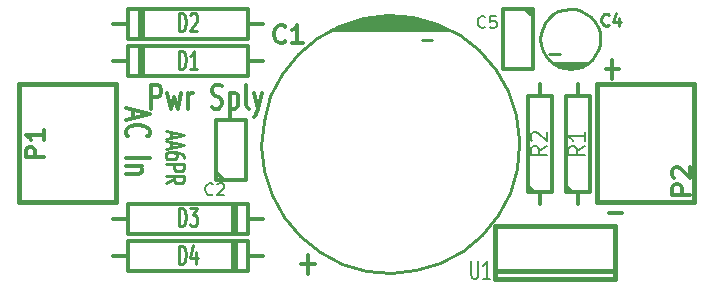
<source format=gto>
G04 (created by PCBNEW-RS274X (2012-01-19 BZR 3256)-stable) date 7/9/2012 4:42:01 PM*
G01*
G70*
G90*
%MOIN*%
G04 Gerber Fmt 3.4, Leading zero omitted, Abs format*
%FSLAX34Y34*%
G04 APERTURE LIST*
%ADD10C,0.006000*%
%ADD11C,0.010000*%
%ADD12C,0.012000*%
%ADD13C,0.015000*%
%ADD14C,0.008000*%
G04 APERTURE END LIST*
G54D10*
G54D11*
X44429Y-24843D02*
X44429Y-25034D01*
X44257Y-24805D02*
X44857Y-24938D01*
X44257Y-25072D01*
X44429Y-25186D02*
X44429Y-25377D01*
X44257Y-25148D02*
X44857Y-25281D01*
X44257Y-25415D01*
X44857Y-25720D02*
X44857Y-25643D01*
X44829Y-25605D01*
X44800Y-25586D01*
X44714Y-25548D01*
X44600Y-25529D01*
X44371Y-25529D01*
X44314Y-25548D01*
X44286Y-25567D01*
X44257Y-25605D01*
X44257Y-25682D01*
X44286Y-25720D01*
X44314Y-25739D01*
X44371Y-25758D01*
X44514Y-25758D01*
X44571Y-25739D01*
X44600Y-25720D01*
X44629Y-25682D01*
X44629Y-25605D01*
X44600Y-25567D01*
X44571Y-25548D01*
X44514Y-25529D01*
X44257Y-25929D02*
X44857Y-25929D01*
X44857Y-26082D01*
X44829Y-26120D01*
X44800Y-26139D01*
X44743Y-26158D01*
X44657Y-26158D01*
X44600Y-26139D01*
X44571Y-26120D01*
X44543Y-26082D01*
X44543Y-25929D01*
X44257Y-26558D02*
X44543Y-26424D01*
X44257Y-26329D02*
X44857Y-26329D01*
X44857Y-26482D01*
X44829Y-26520D01*
X44800Y-26539D01*
X44743Y-26558D01*
X44657Y-26558D01*
X44600Y-26539D01*
X44571Y-26520D01*
X44543Y-26482D01*
X44543Y-26329D01*
G54D12*
X59022Y-27569D02*
X59479Y-27569D01*
X58922Y-22769D02*
X59379Y-22769D01*
X59150Y-23074D02*
X59150Y-22464D01*
X43155Y-24114D02*
X43155Y-24400D01*
X42926Y-24057D02*
X43726Y-24257D01*
X42926Y-24457D01*
X43002Y-25000D02*
X42964Y-24971D01*
X42926Y-24885D01*
X42926Y-24828D01*
X42964Y-24743D01*
X43040Y-24685D01*
X43117Y-24657D01*
X43269Y-24628D01*
X43383Y-24628D01*
X43536Y-24657D01*
X43612Y-24685D01*
X43688Y-24743D01*
X43726Y-24828D01*
X43726Y-24885D01*
X43688Y-24971D01*
X43650Y-25000D01*
X42926Y-25714D02*
X43726Y-25714D01*
X43460Y-26000D02*
X42926Y-26000D01*
X43383Y-26000D02*
X43421Y-26028D01*
X43460Y-26086D01*
X43460Y-26171D01*
X43421Y-26228D01*
X43345Y-26257D01*
X42926Y-26257D01*
X43772Y-24074D02*
X43772Y-23274D01*
X44000Y-23274D01*
X44058Y-23312D01*
X44086Y-23350D01*
X44115Y-23426D01*
X44115Y-23540D01*
X44086Y-23617D01*
X44058Y-23655D01*
X44000Y-23693D01*
X43772Y-23693D01*
X44315Y-23540D02*
X44429Y-24074D01*
X44543Y-23693D01*
X44658Y-24074D01*
X44772Y-23540D01*
X45001Y-24074D02*
X45001Y-23540D01*
X45001Y-23693D02*
X45029Y-23617D01*
X45058Y-23579D01*
X45115Y-23540D01*
X45172Y-23540D01*
X45800Y-24036D02*
X45886Y-24074D01*
X46029Y-24074D01*
X46086Y-24036D01*
X46115Y-23998D01*
X46143Y-23921D01*
X46143Y-23845D01*
X46115Y-23769D01*
X46086Y-23731D01*
X46029Y-23693D01*
X45915Y-23655D01*
X45857Y-23617D01*
X45829Y-23579D01*
X45800Y-23502D01*
X45800Y-23426D01*
X45829Y-23350D01*
X45857Y-23312D01*
X45915Y-23274D01*
X46057Y-23274D01*
X46143Y-23312D01*
X46400Y-23540D02*
X46400Y-24340D01*
X46400Y-23579D02*
X46457Y-23540D01*
X46571Y-23540D01*
X46628Y-23579D01*
X46657Y-23617D01*
X46686Y-23693D01*
X46686Y-23921D01*
X46657Y-23998D01*
X46628Y-24036D01*
X46571Y-24074D01*
X46457Y-24074D01*
X46400Y-24036D01*
X47029Y-24074D02*
X46971Y-24036D01*
X46943Y-23960D01*
X46943Y-23274D01*
X47200Y-23540D02*
X47343Y-24074D01*
X47485Y-23540D02*
X47343Y-24074D01*
X47285Y-24264D01*
X47257Y-24302D01*
X47200Y-24340D01*
X48772Y-29269D02*
X49229Y-29269D01*
X49000Y-29574D02*
X49000Y-28964D01*
G54D13*
X42618Y-27184D02*
X42614Y-23247D01*
X39378Y-27180D02*
X39378Y-23247D01*
X42575Y-23247D02*
X39425Y-23247D01*
X42614Y-27184D02*
X39386Y-27184D01*
X58632Y-23266D02*
X58636Y-27203D01*
X61872Y-23270D02*
X61872Y-27203D01*
X58675Y-27203D02*
X61825Y-27203D01*
X58636Y-23266D02*
X61864Y-23266D01*
G54D12*
X58000Y-27250D02*
X58000Y-26850D01*
X58000Y-26850D02*
X57600Y-26850D01*
X57600Y-26850D02*
X57600Y-23650D01*
X57600Y-23650D02*
X58400Y-23650D01*
X58400Y-23650D02*
X58400Y-26850D01*
X58400Y-26850D02*
X58000Y-26850D01*
X57800Y-26850D02*
X57600Y-26650D01*
X58000Y-23250D02*
X58000Y-23650D01*
X56750Y-27250D02*
X56750Y-26850D01*
X56750Y-26850D02*
X56350Y-26850D01*
X56350Y-26850D02*
X56350Y-23650D01*
X56350Y-23650D02*
X57150Y-23650D01*
X57150Y-23650D02*
X57150Y-26850D01*
X57150Y-26850D02*
X56750Y-26850D01*
X56550Y-26850D02*
X56350Y-26650D01*
X56750Y-23250D02*
X56750Y-23650D01*
X42500Y-22500D02*
X43000Y-22500D01*
X43000Y-22500D02*
X43000Y-23000D01*
X43000Y-23000D02*
X47000Y-23000D01*
X47000Y-23000D02*
X47000Y-22500D01*
X47000Y-22500D02*
X47500Y-22500D01*
X47000Y-22500D02*
X47000Y-22000D01*
X47000Y-22000D02*
X43000Y-22000D01*
X43000Y-22000D02*
X43000Y-22500D01*
X43500Y-23000D02*
X43500Y-22000D01*
X43400Y-23000D02*
X43400Y-22000D01*
X42500Y-21250D02*
X43000Y-21250D01*
X43000Y-21250D02*
X43000Y-21750D01*
X43000Y-21750D02*
X47000Y-21750D01*
X47000Y-21750D02*
X47000Y-21250D01*
X47000Y-21250D02*
X47500Y-21250D01*
X47000Y-21250D02*
X47000Y-20750D01*
X47000Y-20750D02*
X43000Y-20750D01*
X43000Y-20750D02*
X43000Y-21250D01*
X43500Y-21750D02*
X43500Y-20750D01*
X43400Y-21750D02*
X43400Y-20750D01*
X47500Y-27750D02*
X47000Y-27750D01*
X47000Y-27750D02*
X47000Y-27250D01*
X47000Y-27250D02*
X43000Y-27250D01*
X43000Y-27250D02*
X43000Y-27750D01*
X43000Y-27750D02*
X42500Y-27750D01*
X43000Y-27750D02*
X43000Y-28250D01*
X43000Y-28250D02*
X47000Y-28250D01*
X47000Y-28250D02*
X47000Y-27750D01*
X46500Y-27250D02*
X46500Y-28250D01*
X46600Y-27250D02*
X46600Y-28250D01*
X47500Y-29000D02*
X47000Y-29000D01*
X47000Y-29000D02*
X47000Y-28500D01*
X47000Y-28500D02*
X43000Y-28500D01*
X43000Y-28500D02*
X43000Y-29000D01*
X43000Y-29000D02*
X42500Y-29000D01*
X43000Y-29000D02*
X43000Y-29500D01*
X43000Y-29500D02*
X47000Y-29500D01*
X47000Y-29500D02*
X47000Y-29000D01*
X46500Y-28500D02*
X46500Y-29500D01*
X46600Y-28500D02*
X46600Y-29500D01*
X56500Y-20770D02*
X56500Y-22750D01*
X56500Y-22750D02*
X55500Y-22750D01*
X55500Y-22750D02*
X55500Y-20750D01*
X55500Y-20750D02*
X56500Y-20750D01*
X56250Y-20750D02*
X56500Y-21000D01*
G54D11*
X53750Y-21450D02*
X49750Y-21450D01*
X49750Y-21450D02*
X50050Y-21350D01*
X50050Y-21350D02*
X53550Y-21350D01*
X53550Y-21350D02*
X53250Y-21250D01*
X53250Y-21250D02*
X50250Y-21250D01*
X50250Y-21250D02*
X50150Y-21350D01*
X50150Y-21350D02*
X50550Y-21150D01*
X50550Y-21150D02*
X52950Y-21150D01*
X52950Y-21150D02*
X53050Y-21250D01*
X53050Y-21250D02*
X52550Y-21050D01*
X52550Y-21050D02*
X50950Y-21050D01*
X50950Y-21050D02*
X50850Y-21150D01*
X56051Y-25250D02*
X55969Y-26085D01*
X55726Y-26888D01*
X55332Y-27630D01*
X54801Y-28280D01*
X54155Y-28815D01*
X53416Y-29214D01*
X52614Y-29463D01*
X51780Y-29550D01*
X50945Y-29474D01*
X50139Y-29237D01*
X49395Y-28848D01*
X48741Y-28322D01*
X48202Y-27679D01*
X47797Y-26944D01*
X47543Y-26144D01*
X47450Y-25310D01*
X47520Y-24474D01*
X47752Y-23667D01*
X48135Y-22921D01*
X48657Y-22263D01*
X49296Y-21719D01*
X50029Y-21309D01*
X50827Y-21050D01*
X51660Y-20950D01*
X52496Y-21015D01*
X53305Y-21241D01*
X54054Y-21619D01*
X54716Y-22136D01*
X55264Y-22771D01*
X55679Y-23501D01*
X55944Y-24298D01*
X56049Y-25130D01*
X56051Y-25250D01*
X52800Y-21800D02*
X53150Y-21800D01*
G54D13*
X59250Y-29500D02*
X59250Y-29750D01*
X59250Y-29750D02*
X55250Y-29750D01*
X55250Y-29750D02*
X55250Y-29500D01*
X59250Y-28000D02*
X59250Y-29500D01*
X59250Y-29500D02*
X55250Y-29500D01*
X55250Y-29500D02*
X55250Y-28000D01*
X55250Y-28000D02*
X59250Y-28000D01*
G54D11*
X57400Y-22250D02*
X57050Y-22250D01*
X57350Y-22650D02*
X58150Y-22650D01*
X58150Y-22650D02*
X58150Y-22600D01*
X58150Y-22600D02*
X57350Y-22600D01*
X58350Y-22550D02*
X57150Y-22550D01*
X58750Y-21750D02*
X58730Y-21944D01*
X58674Y-22131D01*
X58582Y-22303D01*
X58459Y-22454D01*
X58309Y-22579D01*
X58137Y-22671D01*
X57951Y-22729D01*
X57756Y-22749D01*
X57563Y-22732D01*
X57376Y-22677D01*
X57203Y-22586D01*
X57051Y-22464D01*
X56925Y-22314D01*
X56831Y-22143D01*
X56772Y-21957D01*
X56751Y-21763D01*
X56767Y-21570D01*
X56821Y-21382D01*
X56910Y-21209D01*
X57031Y-21056D01*
X57180Y-20929D01*
X57350Y-20834D01*
X57536Y-20774D01*
X57730Y-20751D01*
X57923Y-20766D01*
X58111Y-20818D01*
X58285Y-20906D01*
X58439Y-21026D01*
X58567Y-21174D01*
X58663Y-21344D01*
X58725Y-21529D01*
X58749Y-21723D01*
X58750Y-21750D01*
G54D12*
X45950Y-26430D02*
X45950Y-24450D01*
X45950Y-24450D02*
X46950Y-24450D01*
X46950Y-24450D02*
X46950Y-26450D01*
X46950Y-26450D02*
X45950Y-26450D01*
X46200Y-26450D02*
X45950Y-26200D01*
X40193Y-25692D02*
X39593Y-25692D01*
X39593Y-25464D01*
X39621Y-25406D01*
X39650Y-25378D01*
X39707Y-25349D01*
X39793Y-25349D01*
X39850Y-25378D01*
X39879Y-25406D01*
X39907Y-25464D01*
X39907Y-25692D01*
X40193Y-24778D02*
X40193Y-25121D01*
X40193Y-24949D02*
X39593Y-24949D01*
X39679Y-25006D01*
X39736Y-25064D01*
X39764Y-25121D01*
X61743Y-26942D02*
X61143Y-26942D01*
X61143Y-26714D01*
X61171Y-26656D01*
X61200Y-26628D01*
X61257Y-26599D01*
X61343Y-26599D01*
X61400Y-26628D01*
X61429Y-26656D01*
X61457Y-26714D01*
X61457Y-26942D01*
X61200Y-26371D02*
X61171Y-26342D01*
X61143Y-26285D01*
X61143Y-26142D01*
X61171Y-26085D01*
X61200Y-26056D01*
X61257Y-26028D01*
X61314Y-26028D01*
X61400Y-26056D01*
X61743Y-26399D01*
X61743Y-26028D01*
G54D14*
X58223Y-25333D02*
X57961Y-25500D01*
X58223Y-25619D02*
X57673Y-25619D01*
X57673Y-25428D01*
X57699Y-25381D01*
X57725Y-25357D01*
X57777Y-25333D01*
X57856Y-25333D01*
X57908Y-25357D01*
X57935Y-25381D01*
X57961Y-25428D01*
X57961Y-25619D01*
X58223Y-24857D02*
X58223Y-25143D01*
X58223Y-25000D02*
X57673Y-25000D01*
X57751Y-25048D01*
X57804Y-25095D01*
X57830Y-25143D01*
X56973Y-25333D02*
X56711Y-25500D01*
X56973Y-25619D02*
X56423Y-25619D01*
X56423Y-25428D01*
X56449Y-25381D01*
X56475Y-25357D01*
X56527Y-25333D01*
X56606Y-25333D01*
X56658Y-25357D01*
X56685Y-25381D01*
X56711Y-25428D01*
X56711Y-25619D01*
X56475Y-25143D02*
X56449Y-25119D01*
X56423Y-25071D01*
X56423Y-24952D01*
X56449Y-24905D01*
X56475Y-24881D01*
X56527Y-24857D01*
X56580Y-24857D01*
X56658Y-24881D01*
X56973Y-25167D01*
X56973Y-24857D01*
G54D11*
X44705Y-22743D02*
X44705Y-22143D01*
X44800Y-22143D01*
X44858Y-22171D01*
X44896Y-22229D01*
X44915Y-22286D01*
X44934Y-22400D01*
X44934Y-22486D01*
X44915Y-22600D01*
X44896Y-22657D01*
X44858Y-22714D01*
X44800Y-22743D01*
X44705Y-22743D01*
X45315Y-22743D02*
X45086Y-22743D01*
X45200Y-22743D02*
X45200Y-22143D01*
X45162Y-22229D01*
X45124Y-22286D01*
X45086Y-22314D01*
X44705Y-21493D02*
X44705Y-20893D01*
X44800Y-20893D01*
X44858Y-20921D01*
X44896Y-20979D01*
X44915Y-21036D01*
X44934Y-21150D01*
X44934Y-21236D01*
X44915Y-21350D01*
X44896Y-21407D01*
X44858Y-21464D01*
X44800Y-21493D01*
X44705Y-21493D01*
X45086Y-20950D02*
X45105Y-20921D01*
X45143Y-20893D01*
X45239Y-20893D01*
X45277Y-20921D01*
X45296Y-20950D01*
X45315Y-21007D01*
X45315Y-21064D01*
X45296Y-21150D01*
X45067Y-21493D01*
X45315Y-21493D01*
X44705Y-27993D02*
X44705Y-27393D01*
X44800Y-27393D01*
X44858Y-27421D01*
X44896Y-27479D01*
X44915Y-27536D01*
X44934Y-27650D01*
X44934Y-27736D01*
X44915Y-27850D01*
X44896Y-27907D01*
X44858Y-27964D01*
X44800Y-27993D01*
X44705Y-27993D01*
X45067Y-27393D02*
X45315Y-27393D01*
X45181Y-27621D01*
X45239Y-27621D01*
X45277Y-27650D01*
X45296Y-27679D01*
X45315Y-27736D01*
X45315Y-27879D01*
X45296Y-27936D01*
X45277Y-27964D01*
X45239Y-27993D01*
X45124Y-27993D01*
X45086Y-27964D01*
X45067Y-27936D01*
X44705Y-29243D02*
X44705Y-28643D01*
X44800Y-28643D01*
X44858Y-28671D01*
X44896Y-28729D01*
X44915Y-28786D01*
X44934Y-28900D01*
X44934Y-28986D01*
X44915Y-29100D01*
X44896Y-29157D01*
X44858Y-29214D01*
X44800Y-29243D01*
X44705Y-29243D01*
X45277Y-28843D02*
X45277Y-29243D01*
X45181Y-28614D02*
X45086Y-29043D01*
X45334Y-29043D01*
G54D14*
X54909Y-21349D02*
X54890Y-21368D01*
X54833Y-21387D01*
X54795Y-21387D01*
X54737Y-21368D01*
X54699Y-21330D01*
X54680Y-21292D01*
X54661Y-21215D01*
X54661Y-21158D01*
X54680Y-21082D01*
X54699Y-21044D01*
X54737Y-21006D01*
X54795Y-20987D01*
X54833Y-20987D01*
X54890Y-21006D01*
X54909Y-21025D01*
X55271Y-20987D02*
X55080Y-20987D01*
X55061Y-21177D01*
X55080Y-21158D01*
X55118Y-21139D01*
X55214Y-21139D01*
X55252Y-21158D01*
X55271Y-21177D01*
X55290Y-21215D01*
X55290Y-21311D01*
X55271Y-21349D01*
X55252Y-21368D01*
X55214Y-21387D01*
X55118Y-21387D01*
X55080Y-21368D01*
X55061Y-21349D01*
G54D12*
X48251Y-21836D02*
X48222Y-21864D01*
X48136Y-21893D01*
X48079Y-21893D01*
X47994Y-21864D01*
X47936Y-21807D01*
X47908Y-21750D01*
X47879Y-21636D01*
X47879Y-21550D01*
X47908Y-21436D01*
X47936Y-21379D01*
X47994Y-21321D01*
X48079Y-21293D01*
X48136Y-21293D01*
X48222Y-21321D01*
X48251Y-21350D01*
X48822Y-21893D02*
X48479Y-21893D01*
X48651Y-21893D02*
X48651Y-21293D01*
X48594Y-21379D01*
X48536Y-21436D01*
X48479Y-21464D01*
G54D14*
X54445Y-29143D02*
X54445Y-29629D01*
X54464Y-29686D01*
X54483Y-29714D01*
X54521Y-29743D01*
X54598Y-29743D01*
X54636Y-29714D01*
X54655Y-29686D01*
X54674Y-29629D01*
X54674Y-29143D01*
X55074Y-29743D02*
X54845Y-29743D01*
X54959Y-29743D02*
X54959Y-29143D01*
X54921Y-29229D01*
X54883Y-29286D01*
X54845Y-29314D01*
G54D11*
X59034Y-21274D02*
X59015Y-21293D01*
X58958Y-21312D01*
X58920Y-21312D01*
X58862Y-21293D01*
X58824Y-21255D01*
X58805Y-21217D01*
X58786Y-21140D01*
X58786Y-21083D01*
X58805Y-21007D01*
X58824Y-20969D01*
X58862Y-20931D01*
X58920Y-20912D01*
X58958Y-20912D01*
X59015Y-20931D01*
X59034Y-20950D01*
X59377Y-21045D02*
X59377Y-21312D01*
X59281Y-20893D02*
X59186Y-21179D01*
X59434Y-21179D01*
G54D14*
X45834Y-26924D02*
X45815Y-26943D01*
X45758Y-26962D01*
X45720Y-26962D01*
X45662Y-26943D01*
X45624Y-26905D01*
X45605Y-26867D01*
X45586Y-26790D01*
X45586Y-26733D01*
X45605Y-26657D01*
X45624Y-26619D01*
X45662Y-26581D01*
X45720Y-26562D01*
X45758Y-26562D01*
X45815Y-26581D01*
X45834Y-26600D01*
X45986Y-26600D02*
X46005Y-26581D01*
X46043Y-26562D01*
X46139Y-26562D01*
X46177Y-26581D01*
X46196Y-26600D01*
X46215Y-26638D01*
X46215Y-26676D01*
X46196Y-26733D01*
X45967Y-26962D01*
X46215Y-26962D01*
M02*

</source>
